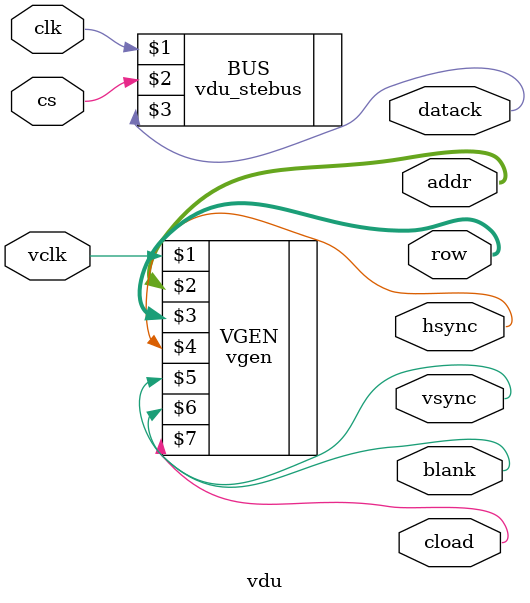
<source format=v>
module vdu(

	// 16Mhz bus clock
	input clk,
	
	// stebus
	input cs,
	output datack,
	
	
	// VGEN
	input vclk,
	output [10:0] addr,
	output [3:0] row,
	output hsync,
	output vsync,
	output blank,
	output cload
	
	);

	vdu_stebus BUS(clk,cs,datack);
	
	vgen VGEN(vclk,addr,row,hsync,vsync,blank,cload);
	
endmodule
</source>
